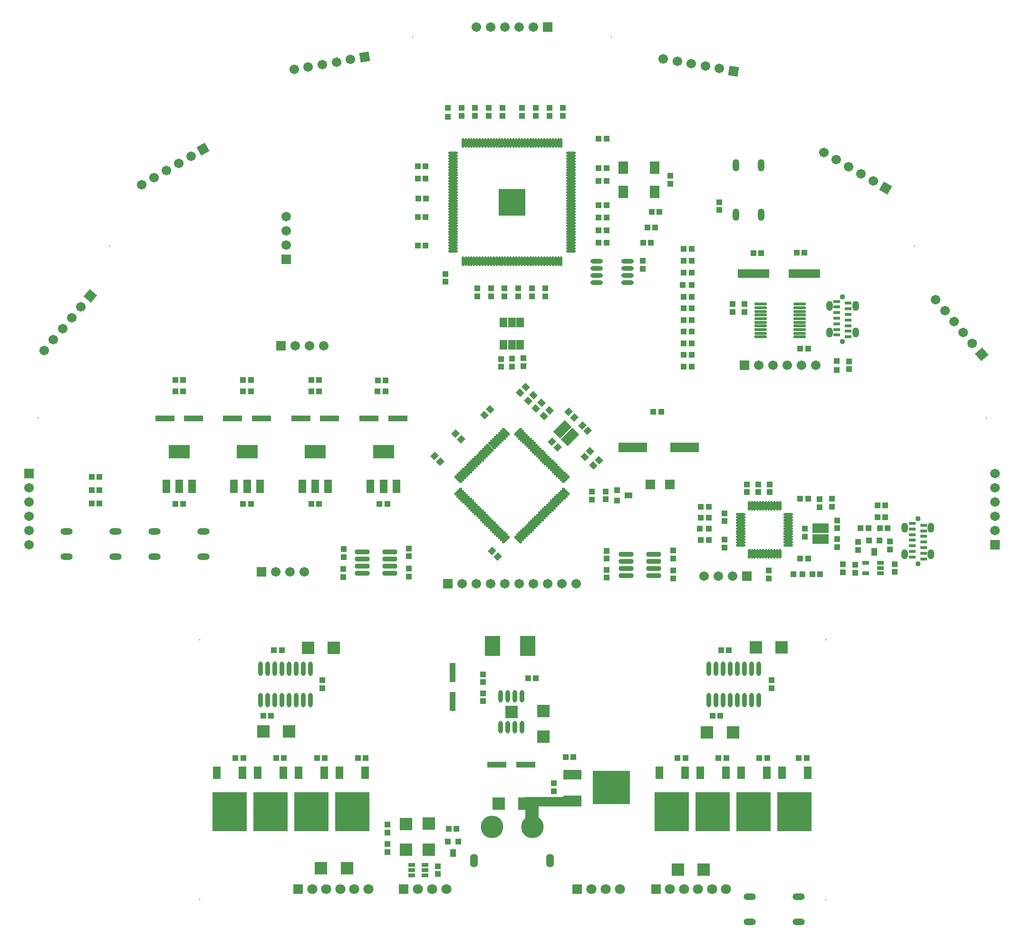
<source format=gts>
G04*
G04 #@! TF.GenerationSoftware,Altium Limited,Altium Designer,20.1.11 (218)*
G04*
G04 Layer_Color=8388736*
%FSLAX24Y24*%
%MOIN*%
G70*
G04*
G04 #@! TF.SameCoordinates,BD3A0D93-D2E9-4D9D-BC1F-92CABD7513BA*
G04*
G04*
G04 #@! TF.FilePolarity,Negative*
G04*
G01*
G75*
%ADD70R,0.0395X0.0434*%
%ADD71R,0.1497X0.0946*%
%ADD72R,0.0552X0.0946*%
%ADD73R,0.1363X0.0438*%
%ADD74R,0.2442X0.2718*%
%ADD75R,0.0552X0.0867*%
%ADD76R,0.0867X0.0867*%
%ADD77R,0.0867X0.0867*%
%ADD78R,0.2049X0.0671*%
%ADD79R,0.0434X0.0395*%
%ADD80R,0.1143X0.0671*%
G04:AMPARAMS|DCode=81|XSize=67.1mil|YSize=114.3mil|CornerRadius=0mil|HoleSize=0mil|Usage=FLASHONLY|Rotation=135.000|XOffset=0mil|YOffset=0mil|HoleType=Round|Shape=Rectangle|*
%AMROTATEDRECTD81*
4,1,4,0.0641,0.0167,-0.0167,-0.0641,-0.0641,-0.0167,0.0167,0.0641,0.0641,0.0167,0.0*
%
%ADD81ROTATEDRECTD81*%

%ADD82R,0.2245X0.0592*%
%ADD83R,0.0710X0.0867*%
%ADD84R,0.0710X0.0867*%
%ADD85O,0.0671X0.0186*%
%ADD86O,0.0186X0.0671*%
%ADD87O,0.0900X0.0223*%
%ADD88R,0.0474X0.0316*%
G04:AMPARAMS|DCode=89|XSize=71mil|YSize=19.8mil|CornerRadius=0mil|HoleSize=0mil|Usage=FLASHONLY|Rotation=135.000|XOffset=0mil|YOffset=0mil|HoleType=Round|Shape=Round|*
%AMOVALD89*
21,1,0.0512,0.0198,0.0000,0.0000,135.0*
1,1,0.0198,0.0181,-0.0181*
1,1,0.0198,-0.0181,0.0181*
%
%ADD89OVALD89*%

G04:AMPARAMS|DCode=90|XSize=19.8mil|YSize=71mil|CornerRadius=0mil|HoleSize=0mil|Usage=FLASHONLY|Rotation=135.000|XOffset=0mil|YOffset=0mil|HoleType=Round|Shape=Round|*
%AMOVALD90*
21,1,0.0512,0.0198,0.0000,0.0000,225.0*
1,1,0.0198,0.0181,0.0181*
1,1,0.0198,-0.0181,-0.0181*
%
%ADD90OVALD90*%

%ADD91O,0.0316X0.1005*%
%ADD92O,0.0885X0.0312*%
%ADD93R,0.0502X0.0289*%
%ADD94O,0.0690X0.0178*%
%ADD95O,0.0178X0.0690*%
%ADD96R,0.1852X0.1852*%
%ADD97O,0.1064X0.0356*%
%ADD98O,0.0306X0.0882*%
%ADD99R,0.0580X0.0440*%
%ADD100R,0.0440X0.0440*%
%ADD101R,0.0440X0.0440*%
%ADD102R,0.0440X0.0580*%
G04:AMPARAMS|DCode=103|XSize=39.5mil|YSize=43.4mil|CornerRadius=0mil|HoleSize=0mil|Usage=FLASHONLY|Rotation=45.000|XOffset=0mil|YOffset=0mil|HoleType=Round|Shape=Rectangle|*
%AMROTATEDRECTD103*
4,1,4,0.0014,-0.0293,-0.0293,0.0014,-0.0014,0.0293,0.0293,-0.0014,0.0014,-0.0293,0.0*
%
%ADD103ROTATEDRECTD103*%

G04:AMPARAMS|DCode=104|XSize=39.5mil|YSize=43.4mil|CornerRadius=0mil|HoleSize=0mil|Usage=FLASHONLY|Rotation=135.000|XOffset=0mil|YOffset=0mil|HoleType=Round|Shape=Rectangle|*
%AMROTATEDRECTD104*
4,1,4,0.0293,0.0014,-0.0014,-0.0293,-0.0293,-0.0014,0.0014,0.0293,0.0293,0.0014,0.0*
%
%ADD104ROTATEDRECTD104*%

%ADD105R,0.2639X0.2363*%
%ADD106R,0.1261X0.0671*%
%ADD107R,0.1054X0.1387*%
%ADD108O,0.0867X0.0474*%
%ADD109O,0.0474X0.0867*%
%ADD110R,0.0395X0.0395*%
%ADD111R,0.0395X0.0395*%
%ADD112R,0.0680X0.0680*%
%ADD113R,0.0552X0.0710*%
%ADD114R,0.0474X0.0206*%
%ADD115R,0.0438X0.1363*%
%ADD116R,0.0710X0.0710*%
%ADD117C,0.0710*%
%ADD118R,0.0671X0.0671*%
%ADD119C,0.0671*%
%ADD120C,0.0375*%
%ADD121O,0.0474X0.0710*%
%ADD122R,0.0671X0.0671*%
%ADD123C,0.1576*%
%ADD124O,0.0552X0.0946*%
%ADD125P,0.0948X4X175.0*%
%ADD126P,0.0948X4X195.0*%
%ADD127P,0.0948X4X215.0*%
%ADD128P,0.0948X4X235.0*%
%ADD129P,0.0948X4X255.0*%
%ADD130P,0.0948X4X275.0*%
%ADD131C,0.0080*%
%ADD132C,0.0320*%
G36*
X4880Y-14990D02*
X950D01*
Y-16580D01*
X1860D01*
X1858Y-15628D01*
X4880Y-15653D01*
Y-14990D01*
D02*
G37*
D70*
X-13515Y13480D02*
D03*
X-14066D02*
D03*
X-13515Y5600D02*
D03*
X-14066D02*
D03*
X-13515Y14280D02*
D03*
X-14066D02*
D03*
X20761Y1750D02*
D03*
X20210D02*
D03*
X20760Y5950D02*
D03*
X20209D02*
D03*
X13806Y4623D02*
D03*
X13255D02*
D03*
X13806Y5400D02*
D03*
X13255D02*
D03*
X-28918Y6546D02*
D03*
X-29469D02*
D03*
X-29463Y5610D02*
D03*
X-28911D02*
D03*
X12039Y20136D02*
D03*
X12590D02*
D03*
X12039Y18498D02*
D03*
X12590D02*
D03*
Y16860D02*
D03*
X12039D02*
D03*
Y23485D02*
D03*
X12590D02*
D03*
X12039Y21810D02*
D03*
X12590D02*
D03*
X12045Y17677D02*
D03*
X12596D02*
D03*
X12039Y22647D02*
D03*
X12590D02*
D03*
X12596Y19315D02*
D03*
X12045D02*
D03*
X12596Y16039D02*
D03*
X12045D02*
D03*
X12596Y15220D02*
D03*
X12045D02*
D03*
X21611Y670D02*
D03*
X21060D02*
D03*
X13249Y3070D02*
D03*
X13800D02*
D03*
X9920Y12070D02*
D03*
X10471D02*
D03*
X25630Y5490D02*
D03*
X26181D02*
D03*
X25629Y4670D02*
D03*
X26180D02*
D03*
X26350Y3880D02*
D03*
X25799D02*
D03*
X24440Y3890D02*
D03*
X24991D02*
D03*
X10350Y26080D02*
D03*
X9799Y26080D02*
D03*
X9200Y23910D02*
D03*
X9751Y23910D02*
D03*
X9490Y24995D02*
D03*
X10041Y24995D02*
D03*
X15220Y-4690D02*
D03*
X14669D02*
D03*
X12168Y-12242D02*
D03*
X11617D02*
D03*
X17344Y-12240D02*
D03*
X17895D02*
D03*
X-6019Y27020D02*
D03*
X-6570D02*
D03*
X6079Y25677D02*
D03*
X6630D02*
D03*
X6079Y24793D02*
D03*
X6630D02*
D03*
X15034Y-12242D02*
D03*
X14483D02*
D03*
X20110Y-12240D02*
D03*
X20662D02*
D03*
X-16129Y-4690D02*
D03*
X-16680D02*
D03*
X4320Y-12180D02*
D03*
X3769Y-12180D02*
D03*
X-19393Y-12242D02*
D03*
X-18842D02*
D03*
X-13122Y-12240D02*
D03*
X-13673D02*
D03*
X-3879Y-17200D02*
D03*
X-4430D02*
D03*
X-16530Y-12242D02*
D03*
X-15979D02*
D03*
X-10258Y-12240D02*
D03*
X-10810D02*
D03*
X-23603Y14280D02*
D03*
X-23051D02*
D03*
X-23603Y13480D02*
D03*
X-23051D02*
D03*
X-18844Y14280D02*
D03*
X-18293D02*
D03*
X-18844Y13480D02*
D03*
X-18293D02*
D03*
X-8870D02*
D03*
X-9421D02*
D03*
X-8849Y14270D02*
D03*
X-9400Y14270D02*
D03*
X-28918Y7480D02*
D03*
X-29469D02*
D03*
X19960Y23210D02*
D03*
X20511D02*
D03*
X17481Y23200D02*
D03*
X16930D02*
D03*
X20760Y16480D02*
D03*
X20209D02*
D03*
X-6600Y29300D02*
D03*
X-6049D02*
D03*
X6630Y29160D02*
D03*
X6079D02*
D03*
X6079Y23910D02*
D03*
X6630D02*
D03*
X-6059Y23720D02*
D03*
X-6610D02*
D03*
X-6049Y25730D02*
D03*
X-6600D02*
D03*
X6079Y31210D02*
D03*
X6630D02*
D03*
X-6049Y28430D02*
D03*
X-6600D02*
D03*
X6079Y26560D02*
D03*
X6630D02*
D03*
X6079Y28240D02*
D03*
X6630D02*
D03*
X14069Y-9290D02*
D03*
X14620D02*
D03*
X-18844Y5600D02*
D03*
X-18293D02*
D03*
X-17431Y-9290D02*
D03*
X-16880D02*
D03*
X-9278Y5600D02*
D03*
X-8727D02*
D03*
X-23603D02*
D03*
X-23051D02*
D03*
X1680Y-6650D02*
D03*
X1129D02*
D03*
D71*
X-13794Y9271D02*
D03*
X-18572D02*
D03*
X-9005D02*
D03*
X-23330D02*
D03*
D72*
X-12888Y6830D02*
D03*
X-13794D02*
D03*
X-14699D02*
D03*
X-19477D02*
D03*
X-18572D02*
D03*
X-17666D02*
D03*
X-9911D02*
D03*
X-9005D02*
D03*
X-8100D02*
D03*
X-24236D02*
D03*
X-23330D02*
D03*
X-22424D02*
D03*
D73*
X-14805Y11589D02*
D03*
X-12782D02*
D03*
X-19584D02*
D03*
X-17560D02*
D03*
X-7994D02*
D03*
X-10017D02*
D03*
X-22318D02*
D03*
X-24342D02*
D03*
X970Y-12700D02*
D03*
X-1054D02*
D03*
D74*
X-16925Y-16001D02*
D03*
X-11198D02*
D03*
X-19788D02*
D03*
X-14061D02*
D03*
X14089D02*
D03*
X19822D02*
D03*
X11222D02*
D03*
X16955D02*
D03*
D75*
X-16019Y-13279D02*
D03*
X-17814D02*
D03*
X-12088D02*
D03*
X-10292D02*
D03*
X-18882D02*
D03*
X-20678D02*
D03*
X-14951D02*
D03*
X-13156D02*
D03*
X14994D02*
D03*
X13199D02*
D03*
X18932D02*
D03*
X20728D02*
D03*
X12128D02*
D03*
X10332D02*
D03*
X16066D02*
D03*
X17861D02*
D03*
D76*
X870Y-15430D02*
D03*
X-941D02*
D03*
X-14290Y-4520D02*
D03*
X-12479D02*
D03*
X-11570Y-19980D02*
D03*
X-13381D02*
D03*
X-17441Y-10390D02*
D03*
X-15630D02*
D03*
X18920Y-4490D02*
D03*
X17109D02*
D03*
X11639Y-20070D02*
D03*
X13450D02*
D03*
X13680Y-10430D02*
D03*
X15491D02*
D03*
X-40Y-9000D02*
D03*
D77*
X2210Y-10741D02*
D03*
Y-8930D02*
D03*
X-5820Y-16859D02*
D03*
Y-18670D02*
D03*
X-7420Y-16880D02*
D03*
Y-18691D02*
D03*
D78*
X12111Y9540D02*
D03*
X8489D02*
D03*
D79*
X26840Y1370D02*
D03*
Y819D02*
D03*
X16460Y6419D02*
D03*
Y6970D02*
D03*
X14920Y3080D02*
D03*
Y2529D02*
D03*
X18060Y6970D02*
D03*
Y6419D02*
D03*
X23640Y15591D02*
D03*
Y15040D02*
D03*
X17260Y6970D02*
D03*
Y6419D02*
D03*
X20530Y3299D02*
D03*
Y3850D02*
D03*
X14920Y4379D02*
D03*
Y4930D02*
D03*
X22430Y5941D02*
D03*
Y5390D02*
D03*
X15480Y19069D02*
D03*
Y19620D02*
D03*
X18020Y360D02*
D03*
Y911D02*
D03*
X6560Y6460D02*
D03*
Y5909D02*
D03*
X-766Y15763D02*
D03*
Y15212D02*
D03*
X26500Y2950D02*
D03*
Y2399D02*
D03*
X5610Y5890D02*
D03*
Y6441D02*
D03*
X-3Y15778D02*
D03*
Y15227D02*
D03*
X-3542Y32829D02*
D03*
Y33381D02*
D03*
X803Y15806D02*
D03*
Y15255D02*
D03*
X24280Y2369D02*
D03*
Y2920D02*
D03*
X14540Y26770D02*
D03*
Y26219D02*
D03*
X2950Y-14019D02*
D03*
Y-14570D02*
D03*
X-8730Y-17471D02*
D03*
Y-16920D02*
D03*
X-8720Y-18280D02*
D03*
Y-18831D02*
D03*
X-2040Y-7700D02*
D03*
Y-8251D02*
D03*
X-11830Y1010D02*
D03*
X-11830Y459D02*
D03*
X-11810Y2420D02*
D03*
X-11810Y1869D02*
D03*
X-2040Y-6921D02*
D03*
Y-6370D02*
D03*
X6650Y960D02*
D03*
Y409D02*
D03*
X6650Y2301D02*
D03*
Y1750D02*
D03*
X-7240Y1051D02*
D03*
Y500D02*
D03*
Y2471D02*
D03*
Y1920D02*
D03*
X11310Y910D02*
D03*
Y359D02*
D03*
X11300Y2311D02*
D03*
Y1760D02*
D03*
X22810Y3120D02*
D03*
Y2569D02*
D03*
X22790Y3880D02*
D03*
Y4431D02*
D03*
X21570Y5910D02*
D03*
Y5359D02*
D03*
X16320Y19069D02*
D03*
Y19620D02*
D03*
X24070Y769D02*
D03*
Y1320D02*
D03*
X23200Y790D02*
D03*
Y1341D02*
D03*
X-1617Y33381D02*
D03*
Y32829D02*
D03*
X-4670Y21179D02*
D03*
Y21730D02*
D03*
X1672Y33381D02*
D03*
Y32829D02*
D03*
X-2425Y20160D02*
D03*
Y20711D02*
D03*
X1395Y20160D02*
D03*
Y20711D02*
D03*
X3557Y33381D02*
D03*
Y32829D02*
D03*
X2350Y20711D02*
D03*
Y20160D02*
D03*
X440Y20711D02*
D03*
Y20160D02*
D03*
X-515Y20711D02*
D03*
Y20160D02*
D03*
X709Y32829D02*
D03*
Y33381D02*
D03*
X2634Y32829D02*
D03*
Y33381D02*
D03*
X-654Y32829D02*
D03*
Y33381D02*
D03*
X-1470Y20711D02*
D03*
Y20160D02*
D03*
X-2579Y32829D02*
D03*
Y33381D02*
D03*
X9160Y22090D02*
D03*
Y22641D02*
D03*
X18220Y-6789D02*
D03*
Y-7340D02*
D03*
X-5180Y-20381D02*
D03*
Y-19830D02*
D03*
X11090Y28070D02*
D03*
Y28621D02*
D03*
X-13280Y-6789D02*
D03*
Y-7340D02*
D03*
D80*
X21630Y3874D02*
D03*
Y3126D02*
D03*
D81*
X4085Y10286D02*
D03*
X3555Y10814D02*
D03*
D82*
X16927Y21770D02*
D03*
X20513D02*
D03*
D83*
X7820Y27490D02*
D03*
X10020Y29190D02*
D03*
Y27490D02*
D03*
D84*
X7820Y29190D02*
D03*
D85*
X19383Y2687D02*
D03*
Y2884D02*
D03*
Y3081D02*
D03*
Y3278D02*
D03*
Y3475D02*
D03*
Y3672D02*
D03*
Y3868D02*
D03*
Y4065D02*
D03*
Y4262D02*
D03*
Y4459D02*
D03*
Y4656D02*
D03*
Y4853D02*
D03*
X16037D02*
D03*
Y4656D02*
D03*
Y4459D02*
D03*
Y4262D02*
D03*
Y4065D02*
D03*
Y3868D02*
D03*
Y3672D02*
D03*
Y3475D02*
D03*
Y3278D02*
D03*
Y3081D02*
D03*
Y2884D02*
D03*
Y2687D02*
D03*
D86*
X18793Y5443D02*
D03*
X18596Y5443D02*
D03*
X18399Y5443D02*
D03*
X18202Y5443D02*
D03*
X18005Y5443D02*
D03*
X17808Y5443D02*
D03*
X17612Y5443D02*
D03*
X17415Y5443D02*
D03*
X17218Y5443D02*
D03*
X17021Y5443D02*
D03*
X16824Y5443D02*
D03*
X16627Y5443D02*
D03*
X16627Y2097D02*
D03*
X16824Y2097D02*
D03*
X17021Y2097D02*
D03*
X17218Y2097D02*
D03*
X17415Y2097D02*
D03*
X17612Y2097D02*
D03*
X17808Y2097D02*
D03*
X18005Y2097D02*
D03*
X18202Y2097D02*
D03*
X18399Y2097D02*
D03*
X18596Y2097D02*
D03*
X18793Y2097D02*
D03*
D87*
X20180Y17309D02*
D03*
Y17565D02*
D03*
Y17820D02*
D03*
Y18076D02*
D03*
Y18332D02*
D03*
Y18588D02*
D03*
Y18844D02*
D03*
Y19100D02*
D03*
Y19356D02*
D03*
Y19612D02*
D03*
X17431Y17309D02*
D03*
Y17565D02*
D03*
Y17820D02*
D03*
Y18076D02*
D03*
Y18332D02*
D03*
Y18588D02*
D03*
Y18844D02*
D03*
Y19100D02*
D03*
Y19356D02*
D03*
Y19612D02*
D03*
D88*
X24818Y716D02*
D03*
X24818Y1464D02*
D03*
X25842Y1464D02*
D03*
X25842Y1090D02*
D03*
X25842Y716D02*
D03*
D89*
X3772Y6444D02*
D03*
X3633Y6305D02*
D03*
X3494Y6165D02*
D03*
X3355Y6026D02*
D03*
X3215Y5887D02*
D03*
X3076Y5748D02*
D03*
X2937Y5609D02*
D03*
X2798Y5469D02*
D03*
X2659Y5330D02*
D03*
X2519Y5191D02*
D03*
X2380Y5052D02*
D03*
X2241Y4913D02*
D03*
X2102Y4773D02*
D03*
X1963Y4634D02*
D03*
X1823Y4495D02*
D03*
X1684Y4356D02*
D03*
X1545Y4217D02*
D03*
X1406Y4077D02*
D03*
X1267Y3938D02*
D03*
X1127Y3799D02*
D03*
X988Y3660D02*
D03*
X849Y3521D02*
D03*
X710Y3381D02*
D03*
X571Y3242D02*
D03*
X431Y3103D02*
D03*
X-3772Y7307D02*
D03*
X-3633Y7446D02*
D03*
X-3494Y7585D02*
D03*
X-3355Y7724D02*
D03*
X-3215Y7864D02*
D03*
X-3076Y8003D02*
D03*
X-2937Y8142D02*
D03*
X-2798Y8281D02*
D03*
X-2659Y8420D02*
D03*
X-2519Y8559D02*
D03*
X-2380Y8699D02*
D03*
X-2241Y8838D02*
D03*
X-2102Y8977D02*
D03*
X-1963Y9116D02*
D03*
X-1823Y9255D02*
D03*
X-1684Y9395D02*
D03*
X-1545Y9534D02*
D03*
X-1406Y9673D02*
D03*
X-1267Y9812D02*
D03*
X-1127Y9951D02*
D03*
X-988Y10091D02*
D03*
X-849Y10230D02*
D03*
X-710Y10369D02*
D03*
X-571Y10508D02*
D03*
X-431Y10647D02*
D03*
D90*
Y3103D02*
D03*
X-571Y3242D02*
D03*
X-710Y3381D02*
D03*
X-849Y3521D02*
D03*
X-988Y3660D02*
D03*
X-1127Y3799D02*
D03*
X-1267Y3938D02*
D03*
X-1406Y4077D02*
D03*
X-1545Y4217D02*
D03*
X-1684Y4356D02*
D03*
X-1823Y4495D02*
D03*
X-1963Y4634D02*
D03*
X-2102Y4773D02*
D03*
X-2241Y4913D02*
D03*
X-2380Y5052D02*
D03*
X-2519Y5191D02*
D03*
X-2659Y5330D02*
D03*
X-2798Y5469D02*
D03*
X-2937Y5609D02*
D03*
X-3076Y5748D02*
D03*
X-3215Y5887D02*
D03*
X-3355Y6026D02*
D03*
X-3494Y6165D02*
D03*
X-3633Y6305D02*
D03*
X-3772Y6444D02*
D03*
X431Y10647D02*
D03*
X571Y10508D02*
D03*
X710Y10369D02*
D03*
X849Y10230D02*
D03*
X988Y10091D02*
D03*
X1127Y9951D02*
D03*
X1267Y9812D02*
D03*
X1406Y9673D02*
D03*
X1545Y9534D02*
D03*
X1684Y9395D02*
D03*
X1823Y9255D02*
D03*
X1963Y9116D02*
D03*
X2102Y8977D02*
D03*
X2241Y8838D02*
D03*
X2380Y8699D02*
D03*
X2519Y8559D02*
D03*
X2659Y8420D02*
D03*
X2798Y8281D02*
D03*
X2937Y8142D02*
D03*
X3076Y8003D02*
D03*
X3215Y7864D02*
D03*
X3355Y7724D02*
D03*
X3494Y7585D02*
D03*
X3633Y7446D02*
D03*
X3772Y7307D02*
D03*
D91*
X13820Y-8192D02*
D03*
X14320Y-8192D02*
D03*
X14820Y-8192D02*
D03*
X15320Y-8192D02*
D03*
X15820D02*
D03*
X16320Y-8192D02*
D03*
X16820Y-8192D02*
D03*
X17320Y-8192D02*
D03*
X13820Y-5988D02*
D03*
X14320Y-5988D02*
D03*
X14820Y-5988D02*
D03*
X15320Y-5988D02*
D03*
X15820D02*
D03*
X16320Y-5988D02*
D03*
X16820Y-5988D02*
D03*
X17320Y-5988D02*
D03*
X-14130D02*
D03*
X-14630Y-5988D02*
D03*
X-15130Y-5988D02*
D03*
X-15630Y-5988D02*
D03*
X-16130D02*
D03*
X-16630Y-5988D02*
D03*
X-17130Y-5988D02*
D03*
X-17630Y-5988D02*
D03*
X-14130Y-8192D02*
D03*
X-14630Y-8192D02*
D03*
X-15130Y-8192D02*
D03*
X-15630Y-8192D02*
D03*
X-16130D02*
D03*
X-16630Y-8192D02*
D03*
X-17130Y-8192D02*
D03*
X-17630Y-8192D02*
D03*
D92*
X5937Y22620D02*
D03*
X5937Y22120D02*
D03*
Y21620D02*
D03*
X5937Y21120D02*
D03*
X8120Y22620D02*
D03*
X8120Y22120D02*
D03*
Y21620D02*
D03*
Y21120D02*
D03*
D93*
X-6108Y-19746D02*
D03*
Y-20120D02*
D03*
Y-20494D02*
D03*
X-7012D02*
D03*
Y-20120D02*
D03*
Y-19746D02*
D03*
D94*
X4154Y23325D02*
D03*
Y23522D02*
D03*
Y23719D02*
D03*
Y23916D02*
D03*
Y24113D02*
D03*
Y24310D02*
D03*
Y24506D02*
D03*
Y24703D02*
D03*
Y24900D02*
D03*
Y25097D02*
D03*
Y25294D02*
D03*
Y25491D02*
D03*
Y25687D02*
D03*
Y25884D02*
D03*
Y26081D02*
D03*
Y26278D02*
D03*
Y26475D02*
D03*
Y26672D02*
D03*
Y26869D02*
D03*
Y27065D02*
D03*
Y27262D02*
D03*
Y27459D02*
D03*
Y27656D02*
D03*
Y27853D02*
D03*
Y28050D02*
D03*
Y28247D02*
D03*
Y28443D02*
D03*
Y28640D02*
D03*
Y28837D02*
D03*
Y29034D02*
D03*
Y29231D02*
D03*
Y29428D02*
D03*
Y29624D02*
D03*
Y29821D02*
D03*
Y30018D02*
D03*
Y30215D02*
D03*
X-4134D02*
D03*
Y30018D02*
D03*
Y29821D02*
D03*
Y29624D02*
D03*
Y29428D02*
D03*
Y29231D02*
D03*
Y29034D02*
D03*
Y28837D02*
D03*
Y28640D02*
D03*
Y28443D02*
D03*
Y28247D02*
D03*
Y28050D02*
D03*
Y27853D02*
D03*
Y27656D02*
D03*
Y27459D02*
D03*
Y27262D02*
D03*
Y27065D02*
D03*
Y26869D02*
D03*
Y26672D02*
D03*
Y26475D02*
D03*
Y26278D02*
D03*
Y26081D02*
D03*
Y25884D02*
D03*
Y25687D02*
D03*
Y25491D02*
D03*
Y25294D02*
D03*
Y25097D02*
D03*
Y24900D02*
D03*
Y24703D02*
D03*
Y24506D02*
D03*
Y24310D02*
D03*
Y24113D02*
D03*
Y23916D02*
D03*
Y23719D02*
D03*
Y23522D02*
D03*
Y23325D02*
D03*
D95*
X3455Y30914D02*
D03*
X3258D02*
D03*
X3061D02*
D03*
X2864D02*
D03*
X2667D02*
D03*
X2471D02*
D03*
X2274D02*
D03*
X2077D02*
D03*
X1880D02*
D03*
X1683D02*
D03*
X1486D02*
D03*
X1290D02*
D03*
X1093D02*
D03*
X896D02*
D03*
X699D02*
D03*
X502D02*
D03*
X305D02*
D03*
X108D02*
D03*
X-88D02*
D03*
X-285D02*
D03*
X-482D02*
D03*
X-679D02*
D03*
X-876D02*
D03*
X-1073D02*
D03*
X-1270D02*
D03*
X-1466D02*
D03*
X-1663D02*
D03*
X-1860D02*
D03*
X-2057D02*
D03*
X-2254D02*
D03*
X-2451D02*
D03*
X-2647D02*
D03*
X-2844D02*
D03*
X-3041D02*
D03*
X-3238D02*
D03*
X-3435D02*
D03*
Y22626D02*
D03*
X-3238D02*
D03*
X-3041D02*
D03*
X-2844D02*
D03*
X-2647D02*
D03*
X-2451D02*
D03*
X-2254D02*
D03*
X-2057D02*
D03*
X-1860D02*
D03*
X-1663D02*
D03*
X-1466D02*
D03*
X-1270D02*
D03*
X-1073D02*
D03*
X-876D02*
D03*
X-679D02*
D03*
X-482D02*
D03*
X-285D02*
D03*
X-88D02*
D03*
X108D02*
D03*
X305D02*
D03*
X502D02*
D03*
X699D02*
D03*
X896D02*
D03*
X1093D02*
D03*
X1290D02*
D03*
X1486D02*
D03*
X1683D02*
D03*
X1880D02*
D03*
X2077D02*
D03*
X2274D02*
D03*
X2471D02*
D03*
X2667D02*
D03*
X2864D02*
D03*
X3061D02*
D03*
X3258D02*
D03*
X3455D02*
D03*
D96*
X10Y26770D02*
D03*
D97*
X7995Y2040D02*
D03*
Y1540D02*
D03*
Y1040D02*
D03*
Y540D02*
D03*
X9925Y2040D02*
D03*
Y1540D02*
D03*
Y1040D02*
D03*
Y540D02*
D03*
X-8565Y730D02*
D03*
Y1230D02*
D03*
Y1730D02*
D03*
Y2230D02*
D03*
X-10495Y730D02*
D03*
Y1230D02*
D03*
Y1730D02*
D03*
Y2230D02*
D03*
D98*
X710Y-7910D02*
D03*
X210D02*
D03*
X-290D02*
D03*
X-790D02*
D03*
X710Y-10090D02*
D03*
X210D02*
D03*
X-290D02*
D03*
X-790D02*
D03*
D99*
X8180Y6180D02*
D03*
D100*
X7380Y6560D02*
D03*
Y5810D02*
D03*
D101*
X25035Y3011D02*
D03*
X25785D02*
D03*
X-3760Y-18100D02*
D03*
X-4510D02*
D03*
D102*
X25405Y2211D02*
D03*
X-4140Y-18900D02*
D03*
D103*
X2070Y12690D02*
D03*
X1680Y12300D02*
D03*
X6100Y8670D02*
D03*
X5710Y8280D02*
D03*
X5480Y9290D02*
D03*
X5090Y8900D02*
D03*
X1520Y13220D02*
D03*
X1130Y12830D02*
D03*
X960Y13780D02*
D03*
X570Y13390D02*
D03*
X-1540Y12220D02*
D03*
X-1930Y11830D02*
D03*
X2630Y12156D02*
D03*
X2241Y11766D02*
D03*
D104*
X-3570Y10120D02*
D03*
X-3960Y10510D02*
D03*
X2820Y9940D02*
D03*
X3210Y9550D02*
D03*
X-5420Y8950D02*
D03*
X-5030Y8560D02*
D03*
X-1380Y2290D02*
D03*
X-990Y1900D02*
D03*
X3980Y12060D02*
D03*
X4370Y11670D02*
D03*
X5320Y10710D02*
D03*
X4930Y11100D02*
D03*
D105*
X6971Y-14310D02*
D03*
D106*
X4249Y-13420D02*
D03*
X4249Y-15200D02*
D03*
D107*
X-1361Y-4390D02*
D03*
X1121D02*
D03*
D108*
X-27780Y3666D02*
D03*
X-31220D02*
D03*
X-27780Y1894D02*
D03*
X-31220D02*
D03*
X-25070D02*
D03*
X-21630D02*
D03*
X-25070Y3666D02*
D03*
X-21630D02*
D03*
X16660Y-23756D02*
D03*
X20100D02*
D03*
X16660Y-21984D02*
D03*
X20100D02*
D03*
D109*
X17476Y25900D02*
D03*
Y29340D02*
D03*
X15704Y25900D02*
D03*
Y29340D02*
D03*
D110*
X22763Y14988D02*
D03*
X22760Y15618D02*
D03*
X-4500Y32764D02*
D03*
X-4503Y33393D02*
D03*
D111*
X12617Y20970D02*
D03*
X11987Y20967D02*
D03*
X19730Y647D02*
D03*
X20360Y650D02*
D03*
X13819Y3844D02*
D03*
X13189Y3842D02*
D03*
D112*
X9720Y6960D02*
D03*
X11070D02*
D03*
D113*
X588Y16758D02*
D03*
X-3D02*
D03*
X-593D02*
D03*
Y18333D02*
D03*
X-3D02*
D03*
X588Y18333D02*
D03*
D114*
X22780Y17442D02*
D03*
Y17836D02*
D03*
Y18229D02*
D03*
Y18623D02*
D03*
Y19017D02*
D03*
Y19410D02*
D03*
Y19804D02*
D03*
X23580Y19678D02*
D03*
Y19284D02*
D03*
Y18891D02*
D03*
Y18497D02*
D03*
Y18103D02*
D03*
Y17710D02*
D03*
Y17316D02*
D03*
X28860Y1733D02*
D03*
Y2126D02*
D03*
Y2520D02*
D03*
Y2914D02*
D03*
Y3307D02*
D03*
Y3701D02*
D03*
Y4095D02*
D03*
X28060Y4221D02*
D03*
Y3827D02*
D03*
Y3433D02*
D03*
Y3040D02*
D03*
Y2646D02*
D03*
Y2252D02*
D03*
Y1859D02*
D03*
D115*
X-4150Y-6246D02*
D03*
X-4150Y-8270D02*
D03*
D116*
X4560Y-21453D02*
D03*
X-7580D02*
D03*
X10101D02*
D03*
X-14993D02*
D03*
D117*
X5560D02*
D03*
X6560D02*
D03*
X7560D02*
D03*
X-6580D02*
D03*
X-5580D02*
D03*
X-4580D02*
D03*
X15023D02*
D03*
X14039D02*
D03*
X13054D02*
D03*
X12070D02*
D03*
X11086D02*
D03*
X-14009D02*
D03*
X-13024D02*
D03*
X-12040D02*
D03*
X-11056D02*
D03*
X-10072D02*
D03*
D118*
X2510Y39058D02*
D03*
X16290Y15330D02*
D03*
X16480Y530D02*
D03*
X-17550Y820D02*
D03*
X-16180Y16690D02*
D03*
X-4500Y0D02*
D03*
D119*
X1510Y39058D02*
D03*
X510D02*
D03*
X-490D02*
D03*
X-1490D02*
D03*
X-2490D02*
D03*
X17290Y15330D02*
D03*
X18290D02*
D03*
X19290D02*
D03*
X20290D02*
D03*
X21290D02*
D03*
X15480Y530D02*
D03*
X14480D02*
D03*
X13480D02*
D03*
X-14550Y820D02*
D03*
X-15550D02*
D03*
X-16550D02*
D03*
X-13180Y16690D02*
D03*
X-14180D02*
D03*
X-15180D02*
D03*
X-15820Y25750D02*
D03*
Y24750D02*
D03*
Y23750D02*
D03*
X-2500Y0D02*
D03*
X4500D02*
D03*
X3500D02*
D03*
X2500D02*
D03*
X1500D02*
D03*
X500D02*
D03*
X-500D02*
D03*
X-1500D02*
D03*
X-3500D02*
D03*
X33868Y3710D02*
D03*
Y4710D02*
D03*
Y5710D02*
D03*
Y6710D02*
D03*
Y7710D02*
D03*
X32286Y16858D02*
D03*
X31643Y17624D02*
D03*
X31000Y18390D02*
D03*
X30357Y19156D02*
D03*
X29714Y19922D02*
D03*
X25328Y28270D02*
D03*
X24462Y28770D02*
D03*
X23596Y29270D02*
D03*
X22730Y29770D02*
D03*
X21864Y30270D02*
D03*
X14554Y36139D02*
D03*
X13570Y36313D02*
D03*
X12585Y36486D02*
D03*
X11600Y36660D02*
D03*
X10615Y36834D02*
D03*
X-15264Y36079D02*
D03*
X-14280Y36253D02*
D03*
X-13295Y36426D02*
D03*
X-12310Y36600D02*
D03*
X-11325Y36774D02*
D03*
X-22510Y29980D02*
D03*
X-23376Y29480D02*
D03*
X-24242Y28980D02*
D03*
X-25108Y28480D02*
D03*
X-25974Y27980D02*
D03*
X-30217Y19426D02*
D03*
X-30860Y18660D02*
D03*
X-31503Y17894D02*
D03*
X-32146Y17128D02*
D03*
X-32788Y16362D02*
D03*
X-33848Y6710D02*
D03*
Y5710D02*
D03*
Y4710D02*
D03*
Y3710D02*
D03*
Y2710D02*
D03*
D120*
X23180Y16985D02*
D03*
Y20135D02*
D03*
X28460Y4551D02*
D03*
Y1402D02*
D03*
D121*
X22263Y17627D02*
D03*
Y19493D02*
D03*
X24097D02*
D03*
Y17627D02*
D03*
X29377Y2044D02*
D03*
Y3910D02*
D03*
X27543D02*
D03*
Y2044D02*
D03*
D122*
X-15820Y22750D02*
D03*
X33868Y2710D02*
D03*
X-33848Y7710D02*
D03*
D123*
X-1407Y-17088D02*
D03*
X1427D02*
D03*
D124*
X-2647Y-19450D02*
D03*
X2667D02*
D03*
D125*
X32928Y16092D02*
D03*
D126*
X26194Y27770D02*
D03*
D127*
X15539Y35965D02*
D03*
D128*
X-10340Y36947D02*
D03*
D129*
X-21644Y30480D02*
D03*
D130*
X-29574Y20192D02*
D03*
D131*
X21990Y-3950D02*
D03*
X28254Y23699D02*
D03*
X21990Y-22190D02*
D03*
X-6950Y38360D02*
D03*
X33260Y11630D02*
D03*
X-21900Y-3950D02*
D03*
X-33240Y11630D02*
D03*
X6970Y38360D02*
D03*
X-21900Y-22190D02*
D03*
X-28234Y23699D02*
D03*
D132*
X-237Y-9197D02*
D03*
X157D02*
D03*
Y-8803D02*
D03*
X-237D02*
D03*
M02*

</source>
